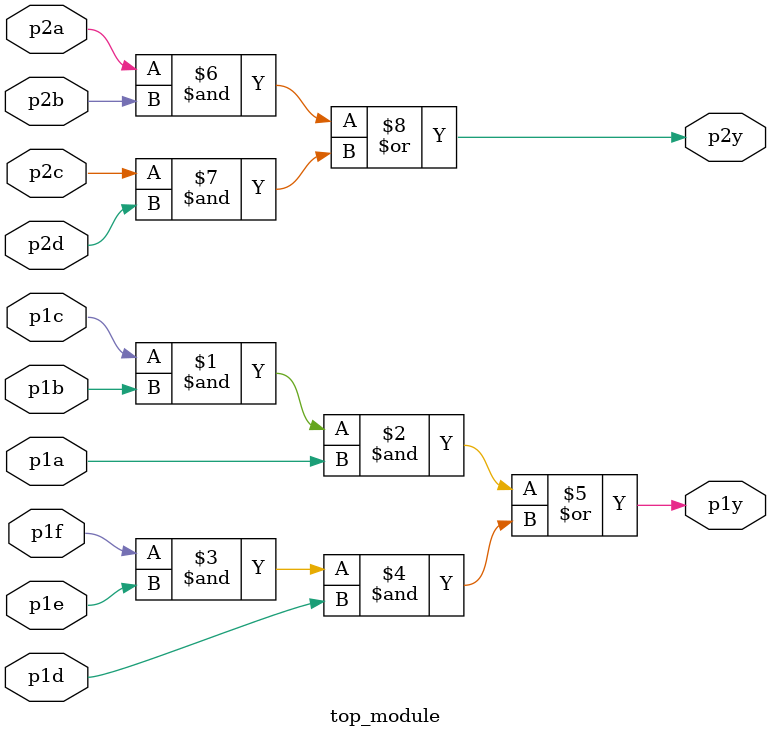
<source format=v>
module top_module ( 
    input p1a, p1b, p1c, p1d, p1e, p1f,
    output p1y,
    input p2a, p2b, p2c, p2d,
    output p2y );
    assign p1y = (p1c&p1b&p1a)|(p1f&p1e&p1d);
        assign p2y = (p2a & p2b) | (p2c & p2d);
endmodule
/* Method 2: Using wires for intermediate signals
module top_module ( 
    input  p1a, p1b, p1c, p1d, p1e, p1f,
    output p1y,
    input  p2a, p2b, p2c, p2d,
    output p2y 
);
    wire w1, w2, w3, w4;

    assign w1 = p1a & p1b & p1c;
    assign w2 = p1d & p1e & p1f;
    assign p1y = w1 | w2;

    assign w3 = p2a & p2b;
    assign w4 = p2c & p2d;
    assign p2y = w3 | w4;
endmodule
*/

</source>
